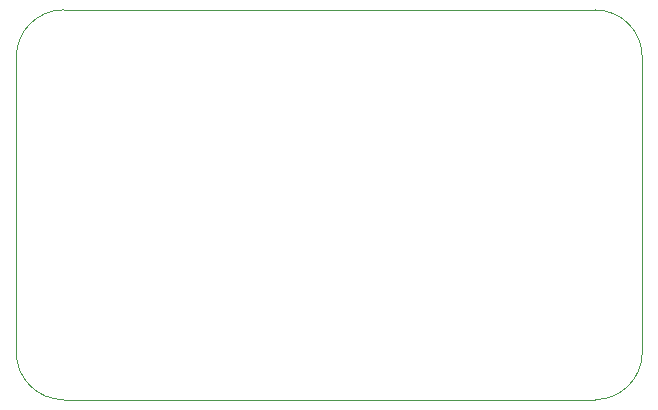
<source format=gbr>
%TF.GenerationSoftware,KiCad,Pcbnew,7.0.8*%
%TF.CreationDate,2024-12-11T22:25:20+01:00*%
%TF.ProjectId,LiPo_BuckBoost_Charger,4c69506f-5f42-4756-936b-426f6f73745f,rev?*%
%TF.SameCoordinates,Original*%
%TF.FileFunction,Profile,NP*%
%FSLAX46Y46*%
G04 Gerber Fmt 4.6, Leading zero omitted, Abs format (unit mm)*
G04 Created by KiCad (PCBNEW 7.0.8) date 2024-12-11 22:25:20*
%MOMM*%
%LPD*%
G01*
G04 APERTURE LIST*
%TA.AperFunction,Profile*%
%ADD10C,0.100000*%
%TD*%
G04 APERTURE END LIST*
D10*
X71000000Y-52000000D02*
G75*
G03*
X75000000Y-56000000I4000000J0D01*
G01*
X75000000Y-56000000D02*
X120000000Y-56000000D01*
X124000000Y-27000000D02*
G75*
G03*
X120000000Y-23000000I-4000000J0D01*
G01*
X75000000Y-23000000D02*
G75*
G03*
X71000000Y-27000000I0J-4000000D01*
G01*
X124000000Y-52000000D02*
X124000000Y-27000000D01*
X120000000Y-56000000D02*
G75*
G03*
X124000000Y-52000000I0J4000000D01*
G01*
X120000000Y-23000000D02*
X75000000Y-23000000D01*
X71000000Y-27000000D02*
X71000000Y-52000000D01*
M02*

</source>
